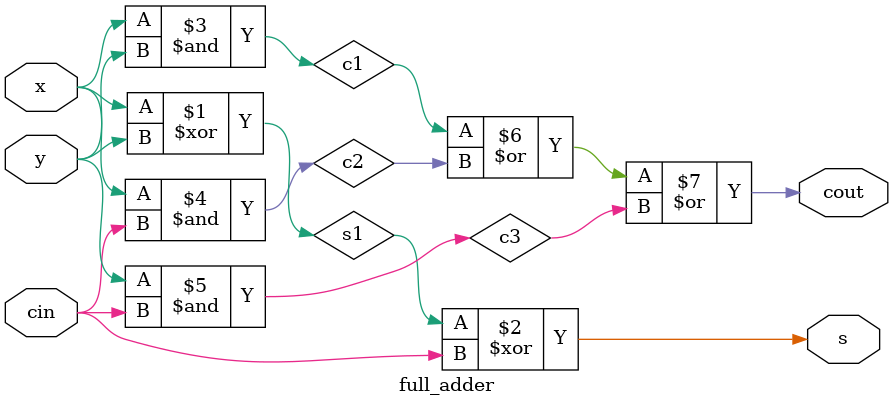
<source format=v>
`timescale 1ns / 1ps


module full_adder(x,y,cin,s,cout);
    input x,y,cin;
    output s,cout;
//    wire s1,c1,c2,c3;

//    // Behavioral Level
//    //
//    reg s,cout;
//    reg s1,c1,c2,c3;
//    always @ (x,y,cin)begin
//        s1 = x ^ y; 
//        c1 = x & y;
//        c2 = x & cin;
//        c3 = y & cin;
//        s = s1 ^ cin;
//        cout = c1 ^ c2 ^ c3;
//    end

    //Gate Level
    xor(s1,x,y);
    xor(s,s1,cin);
    and(c1,x,y);
    and(c2,x,cin);
    and(c3,y,cin);
    or(cout,c1,c2,c3);
    
//    //Data Flow Level
//    assign s1 = x ^ y;
//    assign c1 = x & y;
//    assign c2 = x & cin;
//    assign c3 = y & cin;
//    assign s = s1 ^ cin;
//    assign cout = c1 ^ c2 ^ c3;
    
endmodule

</source>
